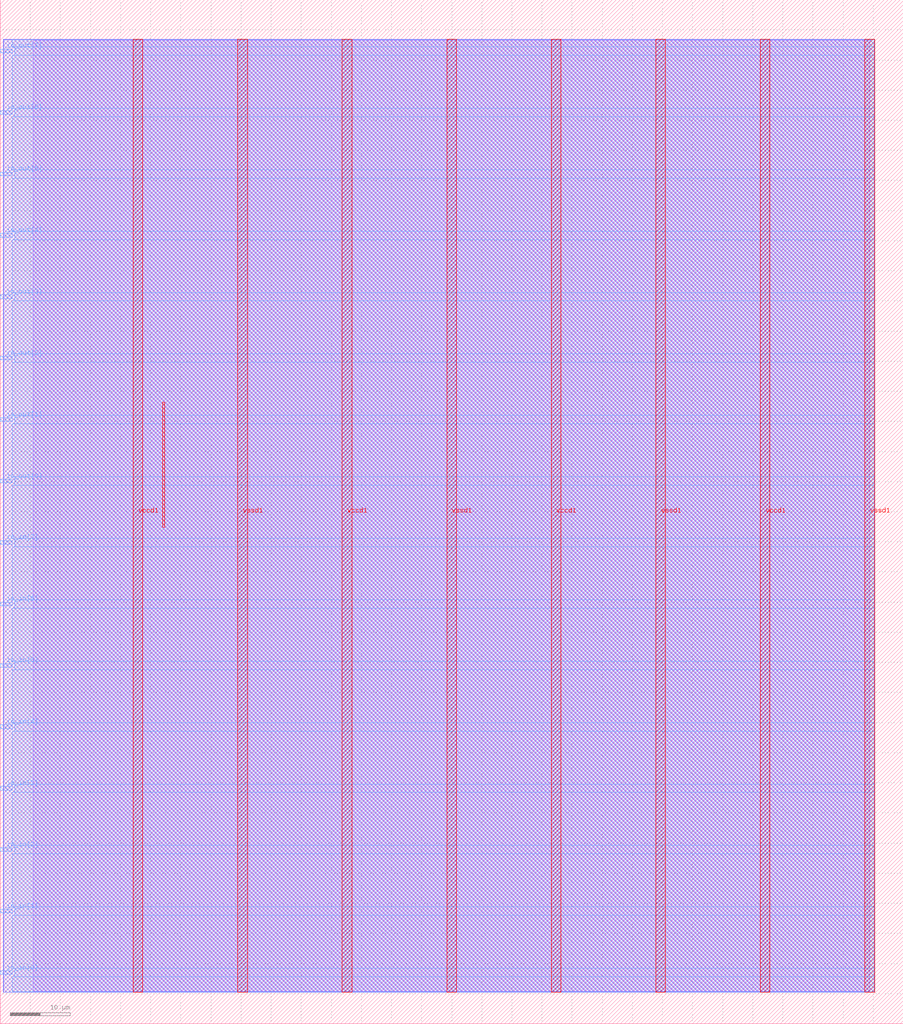
<source format=lef>
VERSION 5.7 ;
  NOWIREEXTENSIONATPIN ON ;
  DIVIDERCHAR "/" ;
  BUSBITCHARS "[]" ;
MACRO aramsey118_freq_counter
  CLASS BLOCK ;
  FOREIGN aramsey118_freq_counter ;
  ORIGIN 0.000 0.000 ;
  SIZE 150.000 BY 170.000 ;
  PIN io_in[0]
    DIRECTION INPUT ;
    USE SIGNAL ;
    PORT
      LAYER met3 ;
        RECT 0.000 8.200 2.000 8.800 ;
    END
  END io_in[0]
  PIN io_in[1]
    DIRECTION INPUT ;
    USE SIGNAL ;
    PORT
      LAYER met3 ;
        RECT 0.000 18.400 2.000 19.000 ;
    END
  END io_in[1]
  PIN io_in[2]
    DIRECTION INPUT ;
    USE SIGNAL ;
    PORT
      LAYER met3 ;
        RECT 0.000 28.600 2.000 29.200 ;
    END
  END io_in[2]
  PIN io_in[3]
    DIRECTION INPUT ;
    USE SIGNAL ;
    PORT
      LAYER met3 ;
        RECT 0.000 38.800 2.000 39.400 ;
    END
  END io_in[3]
  PIN io_in[4]
    DIRECTION INPUT ;
    USE SIGNAL ;
    PORT
      LAYER met3 ;
        RECT 0.000 49.000 2.000 49.600 ;
    END
  END io_in[4]
  PIN io_in[5]
    DIRECTION INPUT ;
    USE SIGNAL ;
    PORT
      LAYER met3 ;
        RECT 0.000 59.200 2.000 59.800 ;
    END
  END io_in[5]
  PIN io_in[6]
    DIRECTION INPUT ;
    USE SIGNAL ;
    PORT
      LAYER met3 ;
        RECT 0.000 69.400 2.000 70.000 ;
    END
  END io_in[6]
  PIN io_in[7]
    DIRECTION INPUT ;
    USE SIGNAL ;
    PORT
      LAYER met3 ;
        RECT 0.000 79.600 2.000 80.200 ;
    END
  END io_in[7]
  PIN io_out[0]
    DIRECTION OUTPUT TRISTATE ;
    USE SIGNAL ;
    PORT
      LAYER met3 ;
        RECT 0.000 89.800 2.000 90.400 ;
    END
  END io_out[0]
  PIN io_out[1]
    DIRECTION OUTPUT TRISTATE ;
    USE SIGNAL ;
    PORT
      LAYER met3 ;
        RECT 0.000 100.000 2.000 100.600 ;
    END
  END io_out[1]
  PIN io_out[2]
    DIRECTION OUTPUT TRISTATE ;
    USE SIGNAL ;
    PORT
      LAYER met3 ;
        RECT 0.000 110.200 2.000 110.800 ;
    END
  END io_out[2]
  PIN io_out[3]
    DIRECTION OUTPUT TRISTATE ;
    USE SIGNAL ;
    PORT
      LAYER met3 ;
        RECT 0.000 120.400 2.000 121.000 ;
    END
  END io_out[3]
  PIN io_out[4]
    DIRECTION OUTPUT TRISTATE ;
    USE SIGNAL ;
    PORT
      LAYER met3 ;
        RECT 0.000 130.600 2.000 131.200 ;
    END
  END io_out[4]
  PIN io_out[5]
    DIRECTION OUTPUT TRISTATE ;
    USE SIGNAL ;
    PORT
      LAYER met3 ;
        RECT 0.000 140.800 2.000 141.400 ;
    END
  END io_out[5]
  PIN io_out[6]
    DIRECTION OUTPUT TRISTATE ;
    USE SIGNAL ;
    PORT
      LAYER met3 ;
        RECT 0.000 151.000 2.000 151.600 ;
    END
  END io_out[6]
  PIN io_out[7]
    DIRECTION OUTPUT TRISTATE ;
    USE SIGNAL ;
    PORT
      LAYER met3 ;
        RECT 0.000 161.200 2.000 161.800 ;
    END
  END io_out[7]
  PIN vccd1
    DIRECTION INOUT ;
    USE POWER ;
    PORT
      LAYER met4 ;
        RECT 22.085 5.200 23.685 163.440 ;
    END
    PORT
      LAYER met4 ;
        RECT 56.815 5.200 58.415 163.440 ;
    END
    PORT
      LAYER met4 ;
        RECT 91.545 5.200 93.145 163.440 ;
    END
    PORT
      LAYER met4 ;
        RECT 126.275 5.200 127.875 163.440 ;
    END
  END vccd1
  PIN vssd1
    DIRECTION INOUT ;
    USE GROUND ;
    PORT
      LAYER met4 ;
        RECT 39.450 5.200 41.050 163.440 ;
    END
    PORT
      LAYER met4 ;
        RECT 74.180 5.200 75.780 163.440 ;
    END
    PORT
      LAYER met4 ;
        RECT 108.910 5.200 110.510 163.440 ;
    END
    PORT
      LAYER met4 ;
        RECT 143.640 5.200 145.240 163.440 ;
    END
  END vssd1
  OBS
      LAYER li1 ;
        RECT 5.520 5.355 144.440 163.285 ;
      LAYER met1 ;
        RECT 0.530 5.200 145.240 163.440 ;
      LAYER met2 ;
        RECT 0.560 5.255 145.210 163.385 ;
      LAYER met3 ;
        RECT 2.000 162.200 145.230 163.365 ;
        RECT 2.400 160.800 145.230 162.200 ;
        RECT 2.000 152.000 145.230 160.800 ;
        RECT 2.400 150.600 145.230 152.000 ;
        RECT 2.000 141.800 145.230 150.600 ;
        RECT 2.400 140.400 145.230 141.800 ;
        RECT 2.000 131.600 145.230 140.400 ;
        RECT 2.400 130.200 145.230 131.600 ;
        RECT 2.000 121.400 145.230 130.200 ;
        RECT 2.400 120.000 145.230 121.400 ;
        RECT 2.000 111.200 145.230 120.000 ;
        RECT 2.400 109.800 145.230 111.200 ;
        RECT 2.000 101.000 145.230 109.800 ;
        RECT 2.400 99.600 145.230 101.000 ;
        RECT 2.000 90.800 145.230 99.600 ;
        RECT 2.400 89.400 145.230 90.800 ;
        RECT 2.000 80.600 145.230 89.400 ;
        RECT 2.400 79.200 145.230 80.600 ;
        RECT 2.000 70.400 145.230 79.200 ;
        RECT 2.400 69.000 145.230 70.400 ;
        RECT 2.000 60.200 145.230 69.000 ;
        RECT 2.400 58.800 145.230 60.200 ;
        RECT 2.000 50.000 145.230 58.800 ;
        RECT 2.400 48.600 145.230 50.000 ;
        RECT 2.000 39.800 145.230 48.600 ;
        RECT 2.400 38.400 145.230 39.800 ;
        RECT 2.000 29.600 145.230 38.400 ;
        RECT 2.400 28.200 145.230 29.600 ;
        RECT 2.000 19.400 145.230 28.200 ;
        RECT 2.400 18.000 145.230 19.400 ;
        RECT 2.000 9.200 145.230 18.000 ;
        RECT 2.400 7.800 145.230 9.200 ;
        RECT 2.000 5.275 145.230 7.800 ;
      LAYER met4 ;
        RECT 26.975 82.455 27.305 103.185 ;
  END
END aramsey118_freq_counter
END LIBRARY


</source>
